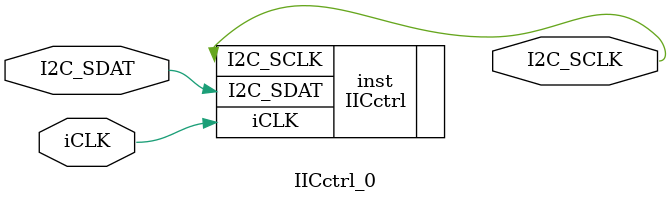
<source format=v>
`timescale 1ns / 1ps


module IICctrl_0 (
  iCLK,
  I2C_SCLK,
  I2C_SDAT
);

input wire iCLK;
output wire I2C_SCLK;
inout wire I2C_SDAT;

  IICctrl #(
    .LUT_SIZE(193),
    .CLK_Freq(25000000),
    .I2C_Freq(10000)
  ) inst (
    .iCLK(iCLK),
    .I2C_SCLK(I2C_SCLK),
    .I2C_SDAT(I2C_SDAT)
  );
endmodule

</source>
